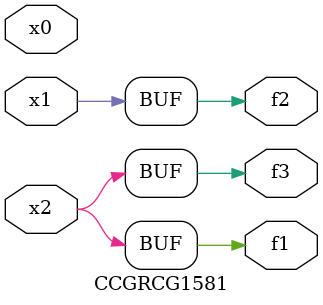
<source format=v>
module CCGRCG1581(
	input x0, x1, x2,
	output f1, f2, f3
);
	assign f1 = x2;
	assign f2 = x1;
	assign f3 = x2;
endmodule

</source>
